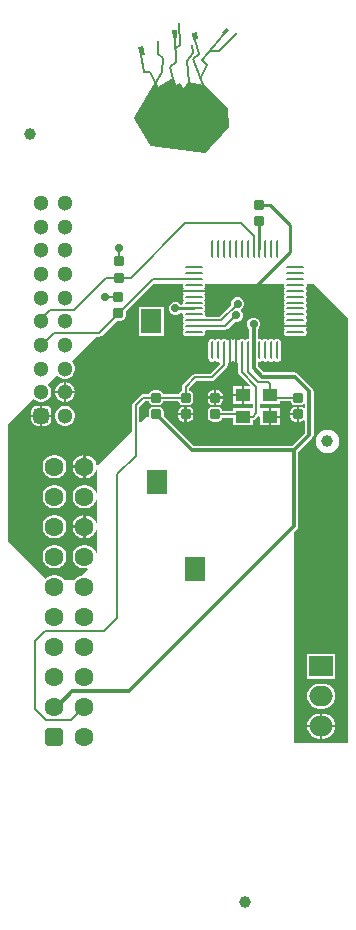
<source format=gtl>
G04*
G04 #@! TF.GenerationSoftware,Altium Limited,Altium Designer,23.3.1 (30)*
G04*
G04 Layer_Physical_Order=1*
G04 Layer_Color=255*
%FSLAX44Y44*%
%MOMM*%
G71*
G04*
G04 #@! TF.SameCoordinates,AFC9A265-922B-4258-BEE4-7106DEA6A0D1*
G04*
G04*
G04 #@! TF.FilePolarity,Positive*
G04*
G01*
G75*
%ADD10C,0.3000*%
%ADD11C,0.2500*%
%ADD12C,0.2000*%
%ADD14C,0.1656*%
G04:AMPARAMS|DCode=15|XSize=0.85mm|YSize=0.85mm|CornerRadius=0.2125mm|HoleSize=0mm|Usage=FLASHONLY|Rotation=0.000|XOffset=0mm|YOffset=0mm|HoleType=Round|Shape=RoundedRectangle|*
%AMROUNDEDRECTD15*
21,1,0.8500,0.4250,0,0,0.0*
21,1,0.4250,0.8500,0,0,0.0*
1,1,0.4250,0.2125,-0.2125*
1,1,0.4250,-0.2125,-0.2125*
1,1,0.4250,-0.2125,0.2125*
1,1,0.4250,0.2125,0.2125*
%
%ADD15ROUNDEDRECTD15*%
%ADD16R,1.3000X1.0500*%
G04:AMPARAMS|DCode=17|XSize=1.5mm|YSize=0.25mm|CornerRadius=0.0625mm|HoleSize=0mm|Usage=FLASHONLY|Rotation=90.000|XOffset=0mm|YOffset=0mm|HoleType=Round|Shape=RoundedRectangle|*
%AMROUNDEDRECTD17*
21,1,1.5000,0.1250,0,0,90.0*
21,1,1.3750,0.2500,0,0,90.0*
1,1,0.1250,0.0625,0.6875*
1,1,0.1250,0.0625,-0.6875*
1,1,0.1250,-0.0625,-0.6875*
1,1,0.1250,-0.0625,0.6875*
%
%ADD17ROUNDEDRECTD17*%
G04:AMPARAMS|DCode=18|XSize=0.25mm|YSize=1.5mm|CornerRadius=0.0625mm|HoleSize=0mm|Usage=FLASHONLY|Rotation=90.000|XOffset=0mm|YOffset=0mm|HoleType=Round|Shape=RoundedRectangle|*
%AMROUNDEDRECTD18*
21,1,0.2500,1.3750,0,0,90.0*
21,1,0.1250,1.5000,0,0,90.0*
1,1,0.1250,0.6875,0.0625*
1,1,0.1250,0.6875,-0.0625*
1,1,0.1250,-0.6875,-0.0625*
1,1,0.1250,-0.6875,0.0625*
%
%ADD18ROUNDEDRECTD18*%
%ADD32C,1.0000*%
%ADD33R,2.0000X1.7000*%
%ADD34O,2.0000X1.7000*%
%ADD35R,1.7000X2.0000*%
%ADD36C,1.3000*%
G04:AMPARAMS|DCode=37|XSize=1.3mm|YSize=1.3mm|CornerRadius=0.325mm|HoleSize=0mm|Usage=FLASHONLY|Rotation=90.000|XOffset=0mm|YOffset=0mm|HoleType=Round|Shape=RoundedRectangle|*
%AMROUNDEDRECTD37*
21,1,1.3000,0.6500,0,0,90.0*
21,1,0.6500,1.3000,0,0,90.0*
1,1,0.6500,0.3250,0.3250*
1,1,0.6500,0.3250,-0.3250*
1,1,0.6500,-0.3250,-0.3250*
1,1,0.6500,-0.3250,0.3250*
%
%ADD37ROUNDEDRECTD37*%
%ADD38C,1.6000*%
G04:AMPARAMS|DCode=39|XSize=1.6mm|YSize=1.6mm|CornerRadius=0.4mm|HoleSize=0mm|Usage=FLASHONLY|Rotation=90.000|XOffset=0mm|YOffset=0mm|HoleType=Round|Shape=RoundedRectangle|*
%AMROUNDEDRECTD39*
21,1,1.6000,0.8000,0,0,90.0*
21,1,0.8000,1.6000,0,0,90.0*
1,1,0.8000,0.4000,0.4000*
1,1,0.8000,0.4000,-0.4000*
1,1,0.8000,-0.4000,-0.4000*
1,1,0.8000,-0.4000,0.4000*
%
%ADD39ROUNDEDRECTD39*%
%ADD40C,0.7000*%
G36*
X297451Y514549D02*
X297451Y154750D01*
X251750D01*
Y332953D01*
X254273Y335477D01*
X255047Y336634D01*
X255319Y338000D01*
Y401022D01*
X267273Y412977D01*
X268047Y414134D01*
X268319Y415500D01*
Y452500D01*
X268047Y453866D01*
X267273Y455023D01*
X255023Y467273D01*
X253866Y468047D01*
X252500Y468319D01*
X226478D01*
X221069Y473728D01*
Y476787D01*
X221875Y477449D01*
X223125D01*
X224149Y477652D01*
X225000Y478221D01*
X225851Y477652D01*
X226875Y477449D01*
X228125D01*
X229149Y477652D01*
X230000Y478221D01*
X230851Y477652D01*
X231875Y477449D01*
X233125D01*
X234149Y477652D01*
X235000Y478221D01*
X235851Y477652D01*
X236875Y477449D01*
X238125D01*
X239149Y477652D01*
X240018Y478232D01*
X240598Y479101D01*
X240801Y480125D01*
Y493875D01*
X240598Y494899D01*
X240018Y495768D01*
X239149Y496348D01*
X238125Y496551D01*
X236875D01*
X235851Y496348D01*
X235000Y495779D01*
X234149Y496348D01*
X233125Y496551D01*
X231875D01*
X230851Y496348D01*
X230000Y495779D01*
X229149Y496348D01*
X228125Y496551D01*
X226875D01*
X225851Y496348D01*
X225000Y495779D01*
X224149Y496348D01*
X223125Y496551D01*
X221875D01*
X221069Y497213D01*
Y505041D01*
X222163Y506134D01*
X223000Y508156D01*
Y510344D01*
X222163Y512365D01*
X220616Y513913D01*
X218594Y514750D01*
X216406D01*
X214384Y513913D01*
X212837Y512365D01*
X212000Y510344D01*
Y508156D01*
X212837Y506134D01*
X213931Y505040D01*
Y497213D01*
X213125Y496551D01*
X211875D01*
X210851Y496348D01*
X210000Y495779D01*
X209149Y496348D01*
X208125Y496551D01*
X206875D01*
X205851Y496348D01*
X205000Y495779D01*
X204149Y496348D01*
X203500Y496477D01*
Y487000D01*
Y477193D01*
X204441Y476436D01*
Y468800D01*
X204441Y468800D01*
X204674Y467630D01*
X205337Y466637D01*
X214301Y457673D01*
X213815Y456500D01*
X209500D01*
Y449250D01*
Y442000D01*
X216941D01*
Y438000D01*
X200000D01*
Y436059D01*
X191145D01*
X191011Y436735D01*
X190099Y438099D01*
X188734Y439011D01*
X187125Y439331D01*
X182875D01*
X181266Y439011D01*
X179901Y438099D01*
X178989Y436735D01*
X178669Y435125D01*
Y430875D01*
X178989Y429266D01*
X179901Y427901D01*
X181266Y426989D01*
X182875Y426669D01*
X187125D01*
X188734Y426989D01*
X190099Y427901D01*
X191011Y429266D01*
X191145Y429941D01*
X200000D01*
Y423500D01*
X217000D01*
Y427691D01*
X217000Y427691D01*
X218171Y427924D01*
X219163Y428587D01*
X221730Y431154D01*
X223000Y430628D01*
Y423500D01*
X230500D01*
Y430750D01*
Y438000D01*
X223059D01*
Y442000D01*
X240000D01*
Y443941D01*
X248855D01*
X248989Y443265D01*
X249901Y441901D01*
X251266Y440989D01*
X252875Y440669D01*
X257125D01*
X258734Y440989D01*
X259911Y441776D01*
X260648Y441563D01*
X261181Y441235D01*
Y438765D01*
X260648Y438437D01*
X259911Y438224D01*
X258734Y439011D01*
X257125Y439331D01*
X256000D01*
Y433000D01*
Y426669D01*
X257125D01*
X258734Y426989D01*
X259911Y427776D01*
X260648Y427563D01*
X261181Y427235D01*
Y416978D01*
X250272Y406069D01*
X166978D01*
X141331Y431716D01*
Y435125D01*
X141011Y436735D01*
X140099Y438099D01*
X138735Y439011D01*
X137125Y439331D01*
X132875D01*
X131265Y439011D01*
X129901Y438099D01*
X128989Y436735D01*
X128669Y435125D01*
Y430995D01*
X126745D01*
X121982Y426232D01*
X120809Y426718D01*
Y439233D01*
X125517Y443941D01*
X128855D01*
X128989Y443265D01*
X129901Y441901D01*
X131265Y440989D01*
X132875Y440669D01*
X137125D01*
X138735Y440989D01*
X140099Y441901D01*
X141011Y443265D01*
X141145Y443941D01*
X153855D01*
X153989Y443265D01*
X154901Y441901D01*
X156265Y440989D01*
X157875Y440669D01*
X162125D01*
X163734Y440989D01*
X165099Y441901D01*
X166011Y443265D01*
X166331Y444875D01*
Y449125D01*
X166011Y450734D01*
X165099Y452099D01*
X163734Y453011D01*
X163059Y453145D01*
Y454733D01*
X169517Y461191D01*
X182000D01*
X182000Y461191D01*
X183171Y461424D01*
X184163Y462087D01*
X194663Y472587D01*
X194663Y472587D01*
X195326Y473579D01*
X195559Y474750D01*
X195559Y474750D01*
Y476436D01*
X196500Y477193D01*
Y487000D01*
Y496477D01*
X195851Y496348D01*
X195000Y495779D01*
X194149Y496348D01*
X193125Y496551D01*
X191875D01*
X190851Y496348D01*
X190000Y495779D01*
X189149Y496348D01*
X188125Y496551D01*
X186875D01*
X185851Y496348D01*
X185000Y495779D01*
X184149Y496348D01*
X183125Y496551D01*
X181875D01*
X180851Y496348D01*
X179982Y495768D01*
X179402Y494899D01*
X179199Y493875D01*
Y480125D01*
X179402Y479101D01*
X179982Y478232D01*
X180851Y477652D01*
X181875Y477449D01*
X183125D01*
X184149Y477652D01*
X185000Y478221D01*
X185851Y477652D01*
X186875Y477449D01*
X188125D01*
X188769Y476446D01*
X188820Y475396D01*
X180733Y467309D01*
X168250D01*
X168250Y467309D01*
X167080Y467076D01*
X166087Y466413D01*
X166087Y466413D01*
X157837Y458163D01*
X157174Y457170D01*
X156941Y456000D01*
X156941Y456000D01*
Y453145D01*
X156265Y453011D01*
X154901Y452099D01*
X153989Y450734D01*
X153855Y450059D01*
X141145D01*
X141011Y450734D01*
X140099Y452099D01*
X138735Y453011D01*
X137125Y453331D01*
X132875D01*
X131265Y453011D01*
X129901Y452099D01*
X128989Y450734D01*
X128855Y450059D01*
X124250D01*
X124250Y450059D01*
X123080Y449826D01*
X122087Y449163D01*
X122087Y449163D01*
X115587Y442663D01*
X114924Y441670D01*
X114691Y440500D01*
X114691Y440500D01*
Y418941D01*
X85669Y389919D01*
X85317Y389918D01*
X84294Y390310D01*
X83719Y392460D01*
X82402Y394740D01*
X80540Y396602D01*
X78260Y397919D01*
X75717Y398600D01*
X75400D01*
Y388600D01*
Y378600D01*
X75717D01*
X78260Y379282D01*
X80540Y380598D01*
X82402Y382460D01*
X83719Y384740D01*
X83944Y385581D01*
X85214Y385414D01*
Y366386D01*
X83944Y366219D01*
X83719Y367060D01*
X82402Y369340D01*
X80540Y371202D01*
X78260Y372519D01*
X75717Y373200D01*
X73084D01*
X70540Y372519D01*
X68260Y371202D01*
X66398Y369340D01*
X65082Y367060D01*
X64400Y364516D01*
Y361884D01*
X65082Y359340D01*
X66398Y357060D01*
X68260Y355198D01*
X70540Y353881D01*
X73084Y353200D01*
X75717D01*
X78260Y353881D01*
X80540Y355198D01*
X82402Y357060D01*
X83719Y359340D01*
X83944Y360181D01*
X85214Y360014D01*
Y340986D01*
X83944Y340819D01*
X83719Y341660D01*
X82402Y343940D01*
X80540Y345802D01*
X78260Y347118D01*
X75717Y347800D01*
X75400D01*
Y337800D01*
Y327800D01*
X75717D01*
X78260Y328481D01*
X80540Y329798D01*
X82402Y331660D01*
X83719Y333940D01*
X83944Y334781D01*
X85214Y334614D01*
Y315586D01*
X83944Y315419D01*
X83719Y316260D01*
X82402Y318540D01*
X80540Y320402D01*
X78260Y321718D01*
X75717Y322400D01*
X73084D01*
X70540Y321718D01*
X68260Y320402D01*
X66398Y318540D01*
X65082Y316260D01*
X64400Y313717D01*
Y311084D01*
X65082Y308540D01*
X66398Y306260D01*
X68260Y304398D01*
X70540Y303081D01*
X73084Y302400D01*
X75717D01*
X76929Y302725D01*
X77586Y301586D01*
X72969Y296969D01*
X70540Y296318D01*
X68260Y295002D01*
X66398Y293140D01*
X66156Y292722D01*
X57244D01*
X57002Y293140D01*
X55140Y295002D01*
X52860Y296318D01*
X50317Y297000D01*
X47684D01*
X45140Y296318D01*
X42860Y295002D01*
X41429Y293571D01*
X10049Y324951D01*
Y424549D01*
X31465Y445965D01*
X32581Y444848D01*
X34519Y443729D01*
X36681Y443150D01*
X38919D01*
X41081Y443729D01*
X43019Y444848D01*
X44602Y446431D01*
X45721Y448369D01*
X46300Y450531D01*
Y452769D01*
X45721Y454931D01*
X44602Y456869D01*
X43485Y457985D01*
X51465Y465965D01*
X52581Y464848D01*
X54519Y463729D01*
X56681Y463150D01*
X58919D01*
X61081Y463729D01*
X63019Y464848D01*
X64602Y466431D01*
X65721Y468369D01*
X66300Y470531D01*
Y472769D01*
X65721Y474931D01*
X64602Y476869D01*
X63485Y477985D01*
X84191Y498691D01*
X86750D01*
X86750Y498691D01*
X87921Y498924D01*
X88913Y499587D01*
X101495Y512169D01*
X105125D01*
X106735Y512489D01*
X108099Y513401D01*
X109011Y514766D01*
X109331Y516375D01*
Y520005D01*
X132687Y543361D01*
X157255D01*
X157449Y543125D01*
Y541875D01*
X157652Y540851D01*
X158221Y540000D01*
X157652Y539149D01*
X157523Y538500D01*
X167000D01*
X176477D01*
X176348Y539149D01*
X175779Y540000D01*
X176348Y540851D01*
X176551Y541875D01*
Y543125D01*
X176745Y543361D01*
X243255D01*
X243449Y543125D01*
Y541875D01*
X243652Y540851D01*
X244221Y540000D01*
X243652Y539149D01*
X243449Y538125D01*
Y536875D01*
X243652Y535851D01*
X244221Y535000D01*
X243652Y534149D01*
X243449Y533125D01*
Y531875D01*
X243652Y530851D01*
X244221Y530000D01*
X243652Y529149D01*
X243449Y528125D01*
Y526875D01*
X243652Y525851D01*
X244221Y525000D01*
X243652Y524149D01*
X243449Y523125D01*
Y521875D01*
X243652Y520851D01*
X244221Y520000D01*
X243652Y519149D01*
X243449Y518125D01*
Y516875D01*
X243652Y515851D01*
X244221Y515000D01*
X243652Y514149D01*
X243449Y513125D01*
Y511875D01*
X243652Y510851D01*
X244221Y510000D01*
X243652Y509149D01*
X243523Y508500D01*
X253000D01*
X262477D01*
X262348Y509149D01*
X261779Y510000D01*
X262348Y510851D01*
X262551Y511875D01*
Y513125D01*
X262348Y514149D01*
X261779Y515000D01*
X262348Y515851D01*
X262551Y516875D01*
Y518125D01*
X262348Y519149D01*
X261779Y520000D01*
X262348Y520851D01*
X262551Y521875D01*
Y523125D01*
X262348Y524149D01*
X261779Y525000D01*
X262348Y525851D01*
X262551Y526875D01*
Y528125D01*
X262348Y529149D01*
X261779Y530000D01*
X262348Y530851D01*
X262551Y531875D01*
Y533125D01*
X262348Y534149D01*
X261779Y535000D01*
X262348Y535851D01*
X262551Y536875D01*
Y538125D01*
X262348Y539149D01*
X261779Y540000D01*
X262348Y540851D01*
X262551Y541875D01*
Y543125D01*
X262745Y543361D01*
X268639D01*
X297451Y514549D01*
D02*
G37*
G36*
X176621Y655304D02*
X130819Y660841D01*
X117049Y683963D01*
X134471Y712805D01*
X136477Y708876D01*
X149641Y716497D01*
X152066Y710088D01*
X154721Y712109D01*
X158936Y707202D01*
X162920Y714014D01*
X174553Y711676D01*
X194905Y691065D01*
X195771Y675996D01*
X176621Y655304D01*
D02*
G37*
G36*
X120075Y743991D02*
X121104Y736678D01*
X125324Y737272D01*
X124295Y744585D01*
X120075Y743991D01*
D02*
G37*
G36*
X148784Y758153D02*
X149258Y751458D01*
X152924Y751717D01*
X152451Y758412D01*
X148784Y758153D01*
D02*
G37*
G36*
X165139Y755704D02*
X166521Y749637D01*
X170807Y750613D01*
X169424Y756680D01*
X165139Y755704D01*
D02*
G37*
G36*
X194591Y760354D02*
X190851Y755976D01*
X193391Y753806D01*
X197131Y758185D01*
X194591Y760354D01*
D02*
G37*
%LPC*%
G36*
X176477Y536500D02*
X167000D01*
X157523D01*
X157652Y535851D01*
X158221Y535000D01*
X157652Y534149D01*
X157449Y533125D01*
Y531875D01*
X157652Y530851D01*
X158221Y530000D01*
X157652Y529149D01*
X157449Y528125D01*
Y526875D01*
X156365Y525814D01*
X155715D01*
X154366Y527163D01*
X152344Y528000D01*
X150156D01*
X148134Y527163D01*
X146587Y525616D01*
X145750Y523594D01*
Y521406D01*
X146587Y519384D01*
X148134Y517837D01*
X150156Y517000D01*
X152344D01*
X154366Y517837D01*
X155715Y519186D01*
X156365D01*
X157449Y518125D01*
Y516875D01*
X157652Y515851D01*
X158221Y515000D01*
X157652Y514149D01*
X157449Y513125D01*
Y511875D01*
X157652Y510851D01*
X158221Y510000D01*
X157652Y509149D01*
X157449Y508125D01*
Y506875D01*
X157652Y505851D01*
X158221Y505000D01*
X157652Y504149D01*
X157449Y503125D01*
Y501875D01*
X157652Y500851D01*
X158232Y499982D01*
X159101Y499402D01*
X160125Y499199D01*
X173875D01*
X174899Y499402D01*
X175767Y499982D01*
X176348Y500851D01*
X176551Y501875D01*
Y503125D01*
X176542Y503171D01*
X177564Y504441D01*
X193755D01*
X193755Y504441D01*
X194926Y504674D01*
X195918Y505337D01*
X201852Y511271D01*
X201909Y511247D01*
X204097D01*
X206118Y512085D01*
X207665Y513632D01*
X208503Y515653D01*
Y517841D01*
X207665Y519863D01*
X206997Y520531D01*
X207225Y521677D01*
X208772Y523224D01*
X209610Y525246D01*
Y527434D01*
X208772Y529455D01*
X207225Y531002D01*
X205203Y531839D01*
X203015D01*
X200994Y531002D01*
X199447Y529455D01*
X198610Y527434D01*
Y525246D01*
X198633Y525189D01*
X189003Y515559D01*
X177564D01*
X176542Y516829D01*
X176551Y516875D01*
Y518125D01*
X176348Y519149D01*
X175779Y520000D01*
X176348Y520851D01*
X176551Y521875D01*
Y523125D01*
X176348Y524149D01*
X175779Y525000D01*
X176348Y525851D01*
X176551Y526875D01*
Y528125D01*
X176348Y529149D01*
X175779Y530000D01*
X176348Y530851D01*
X176551Y531875D01*
Y533125D01*
X176348Y534149D01*
X175779Y535000D01*
X176348Y535851D01*
X176477Y536500D01*
D02*
G37*
G36*
X141500Y523500D02*
X120500D01*
Y499500D01*
X141500D01*
Y523500D01*
D02*
G37*
G36*
X262477Y506500D02*
X253000D01*
X243523D01*
X243652Y505851D01*
X244221Y505000D01*
X243652Y504149D01*
X243449Y503125D01*
Y501875D01*
X243652Y500851D01*
X244233Y499982D01*
X245101Y499402D01*
X246125Y499199D01*
X259875D01*
X260899Y499402D01*
X261768Y499982D01*
X262348Y500851D01*
X262551Y501875D01*
Y503125D01*
X262348Y504149D01*
X261779Y505000D01*
X262348Y505851D01*
X262477Y506500D01*
D02*
G37*
G36*
X198500Y496477D02*
Y487000D01*
Y477523D01*
X199149Y477652D01*
X200000Y478221D01*
X200851Y477652D01*
X201500Y477523D01*
Y487000D01*
Y496477D01*
X200851Y496348D01*
X200000Y495779D01*
X199149Y496348D01*
X198500Y496477D01*
D02*
G37*
G36*
X58919Y460150D02*
X58800D01*
Y452650D01*
X66300D01*
Y452769D01*
X65721Y454931D01*
X64602Y456869D01*
X63019Y458452D01*
X61081Y459571D01*
X58919Y460150D01*
D02*
G37*
G36*
X56800D02*
X56681D01*
X54519Y459571D01*
X52581Y458452D01*
X50998Y456869D01*
X49879Y454931D01*
X49300Y452769D01*
Y452650D01*
X56800D01*
Y460150D01*
D02*
G37*
G36*
X207500Y456500D02*
X200000D01*
Y450250D01*
X207500D01*
Y456500D01*
D02*
G37*
G36*
X187125Y453331D02*
X186000D01*
Y448000D01*
X191331D01*
Y449125D01*
X191011Y450734D01*
X190099Y452099D01*
X188734Y453011D01*
X187125Y453331D01*
D02*
G37*
G36*
X184000D02*
X182875D01*
X181266Y453011D01*
X179901Y452099D01*
X178989Y450734D01*
X178669Y449125D01*
Y448000D01*
X184000D01*
Y453331D01*
D02*
G37*
G36*
X66300Y450650D02*
X58800D01*
Y443150D01*
X58919D01*
X61081Y443729D01*
X63019Y444848D01*
X64602Y446431D01*
X65721Y448369D01*
X66300Y450531D01*
Y450650D01*
D02*
G37*
G36*
X56800D02*
X49300D01*
Y450531D01*
X49879Y448369D01*
X50998Y446431D01*
X52581Y444848D01*
X54519Y443729D01*
X56681Y443150D01*
X56800D01*
Y450650D01*
D02*
G37*
G36*
X207500Y448250D02*
X200000D01*
Y442000D01*
X207500D01*
Y448250D01*
D02*
G37*
G36*
X191331Y446000D02*
X186000D01*
Y440669D01*
X187125D01*
X188734Y440989D01*
X190099Y441901D01*
X191011Y443265D01*
X191331Y444875D01*
Y446000D01*
D02*
G37*
G36*
X184000D02*
X178669D01*
Y444875D01*
X178989Y443265D01*
X179901Y441901D01*
X181266Y440989D01*
X182875Y440669D01*
X184000D01*
Y446000D01*
D02*
G37*
G36*
X162125Y439331D02*
X161000D01*
Y434000D01*
X166331D01*
Y435125D01*
X166011Y436735D01*
X165099Y438099D01*
X163734Y439011D01*
X162125Y439331D01*
D02*
G37*
G36*
X254000D02*
X252875D01*
X251266Y439011D01*
X249901Y438099D01*
X248989Y436735D01*
X248669Y435125D01*
Y434000D01*
X254000D01*
Y439331D01*
D02*
G37*
G36*
X159000D02*
X157875D01*
X156265Y439011D01*
X154901Y438099D01*
X153989Y436735D01*
X153669Y435125D01*
Y434000D01*
X159000D01*
Y439331D01*
D02*
G37*
G36*
X41050Y440253D02*
X38800D01*
Y432650D01*
X46403D01*
Y434900D01*
X45995Y436948D01*
X44835Y438685D01*
X43098Y439845D01*
X41050Y440253D01*
D02*
G37*
G36*
X36800D02*
X34550D01*
X32502Y439845D01*
X30765Y438685D01*
X29605Y436948D01*
X29197Y434900D01*
Y432650D01*
X36800D01*
Y440253D01*
D02*
G37*
G36*
X240000Y438000D02*
X232500D01*
Y431750D01*
X240000D01*
Y438000D01*
D02*
G37*
G36*
X254000Y432000D02*
X248669D01*
Y430875D01*
X248989Y429266D01*
X249901Y427901D01*
X251266Y426989D01*
X252875Y426669D01*
X254000D01*
Y432000D01*
D02*
G37*
G36*
X166331D02*
X161000D01*
Y426669D01*
X162125D01*
X163734Y426989D01*
X165099Y427901D01*
X166011Y429266D01*
X166331Y430875D01*
Y432000D01*
D02*
G37*
G36*
X159000D02*
X153669D01*
Y430875D01*
X153989Y429266D01*
X154901Y427901D01*
X156265Y426989D01*
X157875Y426669D01*
X159000D01*
Y432000D01*
D02*
G37*
G36*
X240000Y429750D02*
X232500D01*
Y423500D01*
X240000D01*
Y429750D01*
D02*
G37*
G36*
X58919Y440150D02*
X56681D01*
X54519Y439571D01*
X52581Y438452D01*
X50998Y436869D01*
X49879Y434931D01*
X49300Y432769D01*
Y430531D01*
X49879Y428369D01*
X50998Y426431D01*
X52581Y424848D01*
X54519Y423729D01*
X56681Y423150D01*
X58919D01*
X61081Y423729D01*
X63019Y424848D01*
X64602Y426431D01*
X65721Y428369D01*
X66300Y430531D01*
Y432769D01*
X65721Y434931D01*
X64602Y436869D01*
X63019Y438452D01*
X61081Y439571D01*
X58919Y440150D01*
D02*
G37*
G36*
X46403Y430650D02*
X38800D01*
Y423047D01*
X41050D01*
X43098Y423455D01*
X44835Y424615D01*
X45995Y426352D01*
X46403Y428400D01*
Y430650D01*
D02*
G37*
G36*
X36800D02*
X29197D01*
Y428400D01*
X29605Y426352D01*
X30765Y424615D01*
X32502Y423455D01*
X34550Y423047D01*
X36800D01*
Y430650D01*
D02*
G37*
G36*
X280985Y420000D02*
X279015D01*
X277083Y419616D01*
X275263Y418862D01*
X273625Y417767D01*
X272232Y416375D01*
X271138Y414737D01*
X270384Y412917D01*
X270000Y410985D01*
Y409015D01*
X270384Y407083D01*
X271138Y405263D01*
X272232Y403625D01*
X273625Y402233D01*
X275263Y401138D01*
X277083Y400384D01*
X279015Y400000D01*
X280985D01*
X282917Y400384D01*
X284737Y401138D01*
X286375Y402233D01*
X287768Y403625D01*
X288862Y405263D01*
X289616Y407083D01*
X290000Y409015D01*
Y410985D01*
X289616Y412917D01*
X288862Y414737D01*
X287768Y416375D01*
X286375Y417767D01*
X284737Y418862D01*
X282917Y419616D01*
X280985Y420000D01*
D02*
G37*
G36*
X73400Y398600D02*
X73084D01*
X70540Y397919D01*
X68260Y396602D01*
X66398Y394740D01*
X65082Y392460D01*
X64400Y389916D01*
Y389600D01*
X73400D01*
Y398600D01*
D02*
G37*
G36*
Y387600D02*
X64400D01*
Y387284D01*
X65082Y384740D01*
X66398Y382460D01*
X68260Y380598D01*
X70540Y379282D01*
X73084Y378600D01*
X73400D01*
Y387600D01*
D02*
G37*
G36*
X50317Y398600D02*
X47684D01*
X45140Y397919D01*
X42860Y396602D01*
X40998Y394740D01*
X39681Y392460D01*
X39000Y389916D01*
Y387284D01*
X39681Y384740D01*
X40998Y382460D01*
X42860Y380598D01*
X45140Y379282D01*
X47684Y378600D01*
X50317D01*
X52860Y379282D01*
X55140Y380598D01*
X57002Y382460D01*
X58319Y384740D01*
X59000Y387284D01*
Y389916D01*
X58319Y392460D01*
X57002Y394740D01*
X55140Y396602D01*
X52860Y397919D01*
X50317Y398600D01*
D02*
G37*
G36*
Y373200D02*
X47684D01*
X45140Y372519D01*
X42860Y371202D01*
X40998Y369340D01*
X39681Y367060D01*
X39000Y364516D01*
Y361884D01*
X39681Y359340D01*
X40998Y357060D01*
X42860Y355198D01*
X45140Y353881D01*
X47684Y353200D01*
X50317D01*
X52860Y353881D01*
X55140Y355198D01*
X57002Y357060D01*
X58319Y359340D01*
X59000Y361884D01*
Y364516D01*
X58319Y367060D01*
X57002Y369340D01*
X55140Y371202D01*
X52860Y372519D01*
X50317Y373200D01*
D02*
G37*
G36*
X73400Y347800D02*
X73084D01*
X70540Y347118D01*
X68260Y345802D01*
X66398Y343940D01*
X65082Y341660D01*
X64400Y339117D01*
Y338800D01*
X73400D01*
Y347800D01*
D02*
G37*
G36*
Y336800D02*
X64400D01*
Y336483D01*
X65082Y333940D01*
X66398Y331660D01*
X68260Y329798D01*
X70540Y328481D01*
X73084Y327800D01*
X73400D01*
Y336800D01*
D02*
G37*
G36*
X50317Y347800D02*
X47684D01*
X45140Y347118D01*
X42860Y345802D01*
X40998Y343940D01*
X39681Y341660D01*
X39000Y339117D01*
Y336483D01*
X39681Y333940D01*
X40998Y331660D01*
X42860Y329798D01*
X45140Y328481D01*
X47684Y327800D01*
X50317D01*
X52860Y328481D01*
X55140Y329798D01*
X57002Y331660D01*
X58319Y333940D01*
X59000Y336483D01*
Y339117D01*
X58319Y341660D01*
X57002Y343940D01*
X55140Y345802D01*
X52860Y347118D01*
X50317Y347800D01*
D02*
G37*
G36*
Y322400D02*
X47684D01*
X45140Y321718D01*
X42860Y320402D01*
X40998Y318540D01*
X39681Y316260D01*
X39000Y313717D01*
Y311084D01*
X39681Y308540D01*
X40998Y306260D01*
X42860Y304398D01*
X45140Y303081D01*
X47684Y302400D01*
X50317D01*
X52860Y303081D01*
X55140Y304398D01*
X57002Y306260D01*
X58319Y308540D01*
X59000Y311084D01*
Y313717D01*
X58319Y316260D01*
X57002Y318540D01*
X55140Y320402D01*
X52860Y321718D01*
X50317Y322400D01*
D02*
G37*
G36*
X286750Y230150D02*
X262750D01*
Y209150D01*
X286750D01*
Y230150D01*
D02*
G37*
G36*
X276250Y204841D02*
X273250D01*
X270509Y204480D01*
X267955Y203422D01*
X265761Y201739D01*
X264078Y199545D01*
X263020Y196991D01*
X262659Y194250D01*
X263020Y191509D01*
X264078Y188955D01*
X265761Y186761D01*
X267955Y185078D01*
X270509Y184020D01*
X273250Y183659D01*
X276250D01*
X278991Y184020D01*
X281545Y185078D01*
X283739Y186761D01*
X285422Y188955D01*
X286480Y191509D01*
X286841Y194250D01*
X286480Y196991D01*
X285422Y199545D01*
X283739Y201739D01*
X281545Y203422D01*
X278991Y204480D01*
X276250Y204841D01*
D02*
G37*
G36*
Y179441D02*
X275750D01*
Y169850D01*
X286709D01*
X286480Y171591D01*
X285422Y174145D01*
X283739Y176339D01*
X281545Y178022D01*
X278991Y179080D01*
X276250Y179441D01*
D02*
G37*
G36*
X273750D02*
X273250D01*
X270509Y179080D01*
X267955Y178022D01*
X265761Y176339D01*
X264078Y174145D01*
X263020Y171591D01*
X262791Y169850D01*
X273750D01*
Y179441D01*
D02*
G37*
G36*
X286709Y167850D02*
X275750D01*
Y158259D01*
X276250D01*
X278991Y158620D01*
X281545Y159678D01*
X283739Y161361D01*
X285422Y163555D01*
X286480Y166109D01*
X286709Y167850D01*
D02*
G37*
G36*
X273750D02*
X262791D01*
X263020Y166109D01*
X264078Y163555D01*
X265761Y161361D01*
X267955Y159678D01*
X270509Y158620D01*
X273250Y158259D01*
X273750D01*
Y167850D01*
D02*
G37*
%LPD*%
D10*
X264750Y415500D02*
Y452500D01*
X225000Y464750D02*
X252500D01*
X264750Y452500D01*
X217500Y472250D02*
X225000Y464750D01*
X217500Y509250D02*
X217500Y509250D01*
Y487000D02*
Y509250D01*
X64000Y198250D02*
X112000D01*
X51150Y185400D02*
X64000Y198250D01*
X112000D02*
X251750Y338000D01*
X49000Y185400D02*
X51150D01*
X165500Y402500D02*
X251750D01*
X135000Y433000D02*
X165500Y402500D01*
X251750Y338000D02*
Y402500D01*
X264750Y415500D01*
X217500Y472250D02*
Y487000D01*
D11*
X222500Y573000D02*
Y595750D01*
X222000Y596250D02*
X222500Y595750D01*
X231250Y610250D02*
X248000Y593500D01*
X222000Y610250D02*
X231250D01*
X215500Y537500D02*
X248000Y570000D01*
Y593500D01*
X204750Y537500D02*
X215500D01*
X151250Y522500D02*
X166875D01*
D12*
X190270Y512500D02*
X204109Y526339D01*
X193755Y507500D02*
X203003Y516747D01*
X167000Y512500D02*
X190270D01*
X91500Y532500D02*
X103000D01*
X113500Y548500D02*
X159750Y594750D01*
X103500Y548500D02*
X113500D01*
X159750Y594750D02*
X207000D01*
X92500Y548500D02*
X103500D01*
X65500Y521500D02*
X92500Y548500D01*
X45250Y521500D02*
X65500D01*
X103625Y573797D02*
X103750Y573923D01*
X103500Y562500D02*
X103625Y562625D01*
Y573797D01*
X143750Y547500D02*
X167000D01*
X32500Y183250D02*
X42000Y173750D01*
X102250Y260000D02*
Y382250D01*
X117750Y397750D01*
X40750Y249000D02*
X91250D01*
X102250Y260000D01*
X32500Y183250D02*
Y240750D01*
X40750Y249000D01*
X42000Y173750D02*
X62750D01*
X166875Y522625D02*
X167000Y522500D01*
X229750Y460000D02*
X231500Y458250D01*
X221250Y460000D02*
X229750D01*
X212500Y468750D02*
X221250Y460000D01*
X231500Y449250D02*
Y458250D01*
X207500Y468800D02*
X220000Y456300D01*
X212500Y468750D02*
Y487000D01*
X207500Y468800D02*
Y487000D01*
X220000Y433750D02*
Y456300D01*
X167000Y507500D02*
X193755D01*
X62750Y173750D02*
X74400Y185400D01*
X117750Y397750D02*
Y440500D01*
X124250Y447000D01*
X135000D01*
X160000D01*
Y456000D01*
X168250Y464250D01*
X182000D01*
X192500Y474750D02*
Y487000D01*
X182000Y464250D02*
X192500Y474750D01*
X206250Y433000D02*
X208500Y430750D01*
X185000Y433000D02*
X206250D01*
X233750Y447000D02*
X255000D01*
X231500Y449250D02*
X233750Y447000D01*
X217000Y430750D02*
X220000Y433750D01*
X208500Y430750D02*
X217000D01*
X43333Y519560D02*
Y519583D01*
X45250Y521500D01*
X38400Y511650D02*
Y514627D01*
X43333Y519560D01*
X207000Y594750D02*
X217500Y584250D01*
Y573000D02*
Y584250D01*
X38400Y491650D02*
X48500Y501750D01*
X86750D01*
X132500Y547500D01*
X143750D01*
D14*
X174553Y711676D02*
X194905Y691065D01*
X171896Y718602D02*
X174553Y711676D01*
X173006Y718720D02*
X178443Y728922D01*
X166148Y733587D02*
X171003Y737956D01*
X172306Y717534D02*
X173006Y718720D01*
X173711Y732941D02*
X178443Y728922D01*
X166148Y733587D02*
X171896Y718602D01*
X194905Y691065D02*
X195771Y675996D01*
X157738Y695724D02*
X162330Y698957D01*
X160676Y702701D02*
X166961Y709973D01*
X160676Y702701D02*
X162330Y698957D01*
X158936Y707202D02*
X162920Y714014D01*
X166961Y709973D01*
X161361Y732028D02*
X162920Y714014D01*
X161361Y732028D02*
X166615Y738840D01*
X122646Y737087D02*
X124468Y722732D01*
X180041Y740401D02*
X188669D01*
X165824Y745942D02*
X166615Y738840D01*
X168318Y750046D02*
X171003Y737956D01*
X173711Y732941D02*
X192258Y754799D01*
X140432Y722675D02*
X141121Y734678D01*
X151028Y751635D02*
X152123Y731162D01*
X147100Y727005D02*
X152123Y731162D01*
X188669Y740401D02*
X203129Y755328D01*
X136249Y738166D02*
X136952Y749076D01*
X136249Y738166D02*
X141121Y734678D01*
X151484Y743112D02*
X155472Y745942D01*
X147100Y727005D02*
X149641Y716497D01*
X154783Y763909D02*
X155472Y745942D01*
X124468Y722732D02*
X129549Y722444D01*
X117049Y683963D02*
X140432Y722675D01*
X136477Y708876D02*
X149641Y716497D01*
X152066Y710088D01*
X129549Y722444D02*
X136477Y708876D01*
X152066Y710088D02*
X154721Y712109D01*
X158936Y707202D01*
X117049Y683963D02*
X130819Y660841D01*
X176621Y655304D02*
X195771Y675996D01*
X130819Y660841D02*
X176621Y655304D01*
D15*
X103500Y562500D02*
D03*
Y548500D02*
D03*
X103000Y518500D02*
D03*
Y532500D02*
D03*
X222000Y610250D02*
D03*
Y596250D02*
D03*
X135000Y447000D02*
D03*
Y433000D02*
D03*
X160000Y447000D02*
D03*
Y433000D02*
D03*
X255000D02*
D03*
Y447000D02*
D03*
X185000Y433000D02*
D03*
Y447000D02*
D03*
D16*
X231500Y449250D02*
D03*
Y430750D02*
D03*
X208500D02*
D03*
Y449250D02*
D03*
D17*
X182500Y487000D02*
D03*
X187500D02*
D03*
X192500D02*
D03*
X197500D02*
D03*
X202500D02*
D03*
X207500D02*
D03*
X212500D02*
D03*
X217500D02*
D03*
X222500D02*
D03*
X227500D02*
D03*
X232500D02*
D03*
X237500D02*
D03*
Y573000D02*
D03*
X232500D02*
D03*
X227500D02*
D03*
X222500D02*
D03*
X217500D02*
D03*
X212500D02*
D03*
X207500D02*
D03*
X202500D02*
D03*
X197500D02*
D03*
X192500D02*
D03*
X187500D02*
D03*
X182500D02*
D03*
D18*
X253000Y502500D02*
D03*
Y507500D02*
D03*
Y512500D02*
D03*
Y517500D02*
D03*
Y522500D02*
D03*
Y527500D02*
D03*
Y532500D02*
D03*
Y537500D02*
D03*
Y542500D02*
D03*
Y547500D02*
D03*
Y552500D02*
D03*
Y557500D02*
D03*
X167000D02*
D03*
Y552500D02*
D03*
Y547500D02*
D03*
Y542500D02*
D03*
Y537500D02*
D03*
Y532500D02*
D03*
Y527500D02*
D03*
Y522500D02*
D03*
Y517500D02*
D03*
Y512500D02*
D03*
Y507500D02*
D03*
Y502500D02*
D03*
D32*
X280000Y410000D02*
D03*
X28250Y670500D02*
D03*
X210000Y20000D02*
D03*
D33*
X274750Y219650D02*
D03*
D34*
Y194250D02*
D03*
Y168850D02*
D03*
D35*
X168000Y301750D02*
D03*
X135750Y375500D02*
D03*
X131000Y511500D02*
D03*
D36*
X57800Y611650D02*
D03*
X37800D02*
D03*
X57800Y591650D02*
D03*
X37800D02*
D03*
X57800Y571650D02*
D03*
X37800D02*
D03*
X57800Y551650D02*
D03*
X37800D02*
D03*
X57800Y531650D02*
D03*
X37800D02*
D03*
X57800Y511650D02*
D03*
X37800D02*
D03*
X57800Y491650D02*
D03*
X37800D02*
D03*
X57800Y471650D02*
D03*
X37800D02*
D03*
X57800Y451650D02*
D03*
X37800D02*
D03*
X57800Y431650D02*
D03*
D37*
X37800D02*
D03*
D38*
X74400Y160000D02*
D03*
X49000Y185400D02*
D03*
X74400D02*
D03*
X49000Y210800D02*
D03*
X74400D02*
D03*
X49000Y236200D02*
D03*
X74400D02*
D03*
X49000Y261600D02*
D03*
X74400D02*
D03*
X49000Y287000D02*
D03*
X74400D02*
D03*
X49000Y312400D02*
D03*
X74400D02*
D03*
X49000Y337800D02*
D03*
X74400D02*
D03*
X49000Y363200D02*
D03*
X74400D02*
D03*
X49000Y388600D02*
D03*
X74400D02*
D03*
D39*
X49000Y160000D02*
D03*
D40*
X176000Y473000D02*
D03*
X229750Y473250D02*
D03*
X258500Y242750D02*
D03*
X292212Y271204D02*
D03*
X263750Y386000D02*
D03*
X290500Y450750D02*
D03*
X270250Y531250D02*
D03*
X238500Y506250D02*
D03*
X217500Y509250D02*
D03*
X204109Y526339D02*
D03*
X203003Y516747D02*
D03*
X91500Y532500D02*
D03*
X103750Y573923D02*
D03*
X15000Y327358D02*
D03*
X14250Y409858D02*
D03*
X199000Y470000D02*
D03*
X246099Y418501D02*
D03*
X170750Y418750D02*
D03*
X151250Y522500D02*
D03*
X37000Y398750D02*
D03*
X90000Y421500D02*
D03*
X77000Y436750D02*
D03*
X105500Y464250D02*
D03*
X86250Y468250D02*
D03*
X126250Y493250D02*
D03*
X114000Y510250D02*
D03*
X151000Y510750D02*
D03*
X150750Y532500D02*
D03*
X204750Y537500D02*
D03*
X197500Y501500D02*
D03*
M02*

</source>
